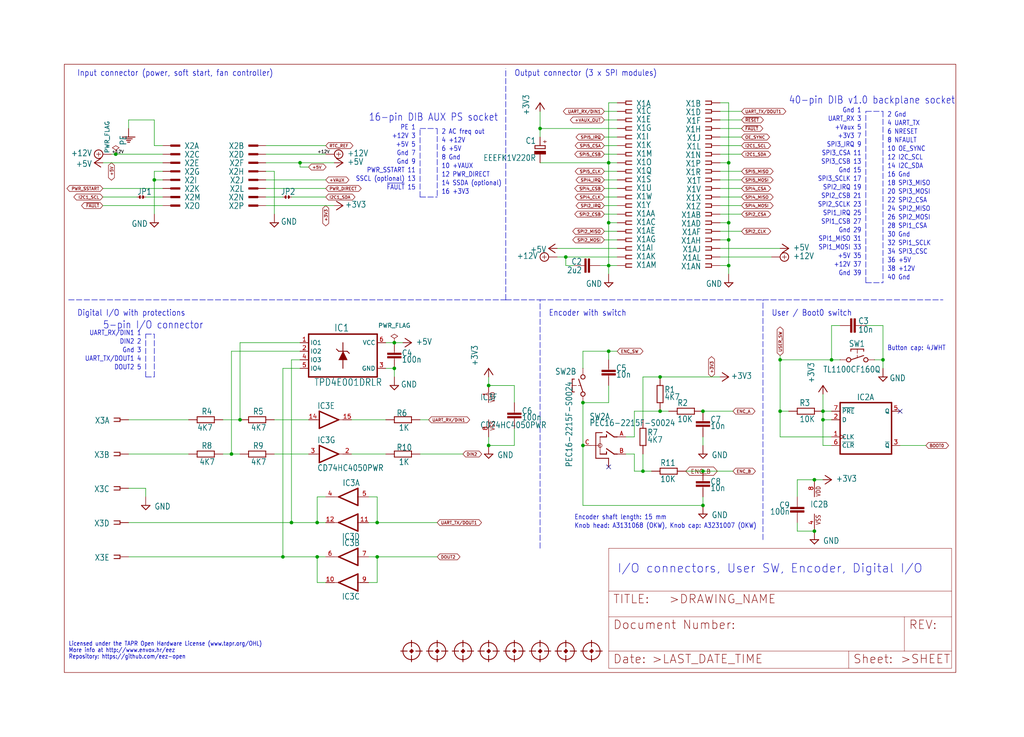
<source format=kicad_sch>
(kicad_sch (version 20211123) (generator eeschema)
  (paper "User" 303.403 218.491)
  (junction (at 241.3 157.48))
  (junction (at 116.84 101.6))
  (junction (at 208.28 121.92))
  (junction (at 231.14 106.68))
  (junction (at 195.58 121.92))
  (junction (at 45.72 53.34))
  (junction (at 93.98 165.1))
  (junction (at 34.29 45.72))
  (junction (at 111.76 154.94))
  (junction (at 208.28 149.86))
  (junction (at 68.58 134.62))
  (junction (at 246.38 106.68))
  (junction (at 160.02 38.1))
  (junction (at 195.58 111.76))
  (junction (at 215.9 48.26))
  (junction (at 243.84 121.92))
  (junction (at 180.34 48.26))
  (junction (at 86.36 154.94))
  (junction (at 144.78 132.08))
  (junction (at 167.64 76.2))
  (junction (at 144.78 114.3))
  (junction (at 116.84 109.22))
  (junction (at 88.9 48.26))
  (junction (at 190.5 139.7))
  (junction (at 71.12 124.46))
  (junction (at 180.34 78.74))
  (junction (at 215.9 71.12))
  (junction (at 111.76 165.1))
  (junction (at 215.9 66.04))
  (junction (at 215.9 78.74))
  (junction (at 93.98 154.94))
  (junction (at 172.72 132.08))
  (junction (at 231.14 121.92))
  (junction (at 172.72 119.38))
  (junction (at 180.34 66.04))
  (junction (at 83.82 165.1))
  (junction (at 261.62 106.68))
  (junction (at 180.34 104.14))
  (junction (at 241.3 142.24))
  (junction (at 243.84 124.46))
  (junction (at 208.28 139.7))
  (no_connect (at 266.7 121.92))
  (no_connect (at 180.34 138.43))
  (wire (pts (xy 236.22 157.48) (xy 236.22 154.94)))
  (wire (pts (xy 215.9 66.04) (xy 215.9 48.26)))
  (wire (pts (xy 185.42 134.62) (xy 187.96 134.62)))
  (wire (pts (xy 213.36 43.18) (xy 219.71 43.18)))
  (wire (pts (xy 109.22 165.1) (xy 111.76 165.1)))
  (wire (pts (xy 172.72 109.22) (xy 172.72 104.14)))
  (wire (pts (xy 78.74 60.96) (xy 99.06 60.96)))
  (wire (pts (xy 213.36 66.04) (xy 215.9 66.04)))
  (wire (pts (xy 78.74 48.26) (xy 88.9 48.26)))
  (wire (pts (xy 182.88 104.14) (xy 180.34 104.14)))
  (wire (pts (xy 195.58 121.92) (xy 198.12 121.92)))
  (wire (pts (xy 48.26 48.26) (xy 30.48 48.26)))
  (wire (pts (xy 68.58 134.62) (xy 71.12 134.62)))
  (wire (pts (xy 246.38 106.68) (xy 231.14 106.68)))
  (polyline (pts (xy 256.54 83.82) (xy 256.54 33.02)))
  (wire (pts (xy 38.1 38.1) (xy 38.1 35.56)))
  (wire (pts (xy 88.9 49.53) (xy 88.9 48.26)))
  (wire (pts (xy 182.88 48.26) (xy 180.34 48.26)))
  (polyline (pts (xy 124.46 38.1) (xy 129.54 38.1)))
  (wire (pts (xy 246.38 121.92) (xy 243.84 121.92)))
  (wire (pts (xy 165.1 73.66) (xy 182.88 73.66)))
  (wire (pts (xy 48.26 45.72) (xy 34.29 45.72)))
  (polyline (pts (xy 149.86 88.9) (xy 160.02 88.9)))
  (wire (pts (xy 45.72 35.56) (xy 45.72 43.18)))
  (wire (pts (xy 78.74 58.42) (xy 83.82 58.42)))
  (wire (pts (xy 182.88 43.18) (xy 179.07 43.18)))
  (polyline (pts (xy 129.54 38.1) (xy 129.54 58.42)))
  (wire (pts (xy 243.84 121.92) (xy 243.84 116.84)))
  (wire (pts (xy 43.18 58.42) (xy 48.26 58.42)))
  (wire (pts (xy 187.96 134.62) (xy 187.96 139.7)))
  (polyline (pts (xy 226.06 160.02) (xy 226.06 88.9)))
  (wire (pts (xy 160.02 38.1) (xy 160.02 33.02)))
  (wire (pts (xy 38.1 35.56) (xy 45.72 35.56)))
  (wire (pts (xy 114.3 109.22) (xy 116.84 109.22)))
  (polyline (pts (xy 124.46 58.42) (xy 129.54 58.42)))
  (wire (pts (xy 111.76 165.1) (xy 111.76 172.72)))
  (wire (pts (xy 215.9 81.28) (xy 215.9 78.74)))
  (wire (pts (xy 208.28 132.08) (xy 208.28 129.54)))
  (wire (pts (xy 213.36 71.12) (xy 215.9 71.12)))
  (wire (pts (xy 114.3 101.6) (xy 116.84 101.6)))
  (wire (pts (xy 241.3 142.24) (xy 236.22 142.24)))
  (wire (pts (xy 213.36 35.56) (xy 219.71 35.56)))
  (wire (pts (xy 213.36 50.8) (xy 219.71 50.8)))
  (wire (pts (xy 86.36 58.42) (xy 96.52 58.42)))
  (wire (pts (xy 34.29 45.72) (xy 33.02 45.72)))
  (wire (pts (xy 213.36 73.66) (xy 231.14 73.66)))
  (wire (pts (xy 246.38 106.68) (xy 248.92 106.68)))
  (wire (pts (xy 119.38 101.6) (xy 116.84 101.6)))
  (wire (pts (xy 88.9 48.26) (xy 99.06 48.26)))
  (wire (pts (xy 78.74 53.34) (xy 96.52 53.34)))
  (wire (pts (xy 93.98 147.32) (xy 96.52 147.32)))
  (wire (pts (xy 43.18 144.78) (xy 43.18 147.32)))
  (wire (pts (xy 215.9 78.74) (xy 215.9 71.12)))
  (wire (pts (xy 180.34 104.14) (xy 172.72 104.14)))
  (wire (pts (xy 160.02 40.64) (xy 160.02 38.1)))
  (wire (pts (xy 213.36 33.02) (xy 219.71 33.02)))
  (wire (pts (xy 190.5 111.76) (xy 195.58 111.76)))
  (wire (pts (xy 111.76 154.94) (xy 109.22 154.94)))
  (wire (pts (xy 190.5 124.46) (xy 190.5 111.76)))
  (wire (pts (xy 182.88 58.42) (xy 179.07 58.42)))
  (wire (pts (xy 246.38 96.52) (xy 246.38 106.68)))
  (wire (pts (xy 180.34 66.04) (xy 180.34 48.26)))
  (polyline (pts (xy 43.18 99.06) (xy 45.72 99.06)))
  (wire (pts (xy 213.36 78.74) (xy 215.9 78.74)))
  (wire (pts (xy 182.88 35.56) (xy 179.07 35.56)))
  (wire (pts (xy 231.14 106.68) (xy 231.14 105.41)))
  (wire (pts (xy 144.78 129.54) (xy 144.78 132.08)))
  (wire (pts (xy 256.54 96.52) (xy 261.62 96.52)))
  (wire (pts (xy 246.38 124.46) (xy 243.84 124.46)))
  (wire (pts (xy 167.64 76.2) (xy 182.88 76.2)))
  (polyline (pts (xy 256.54 33.02) (xy 261.62 33.02)))
  (polyline (pts (xy 45.72 111.76) (xy 45.72 99.06)))
  (wire (pts (xy 152.4 114.3) (xy 152.4 119.38)))
  (wire (pts (xy 78.74 50.8) (xy 81.28 50.8)))
  (polyline (pts (xy 20.32 88.9) (xy 149.86 88.9)))
  (wire (pts (xy 246.38 129.54) (xy 231.14 129.54)))
  (wire (pts (xy 124.46 134.62) (xy 137.16 134.62)))
  (wire (pts (xy 182.88 78.74) (xy 180.34 78.74)))
  (wire (pts (xy 179.07 33.02) (xy 182.88 33.02)))
  (wire (pts (xy 180.34 48.26) (xy 160.02 48.26)))
  (wire (pts (xy 213.36 68.58) (xy 219.71 68.58)))
  (wire (pts (xy 182.88 38.1) (xy 160.02 38.1)))
  (wire (pts (xy 86.36 154.94) (xy 93.98 154.94)))
  (polyline (pts (xy 149.86 88.9) (xy 149.86 20.32)))
  (wire (pts (xy 144.78 132.08) (xy 152.4 132.08)))
  (wire (pts (xy 55.88 134.62) (xy 38.1 134.62)))
  (wire (pts (xy 182.88 40.64) (xy 179.07 40.64)))
  (wire (pts (xy 261.62 106.68) (xy 261.62 109.22)))
  (wire (pts (xy 172.72 132.08) (xy 172.72 119.38)))
  (wire (pts (xy 241.3 157.48) (xy 236.22 157.48)))
  (wire (pts (xy 83.82 109.22) (xy 83.82 165.1)))
  (wire (pts (xy 208.28 121.92) (xy 217.17 121.92)))
  (wire (pts (xy 182.88 53.34) (xy 179.07 53.34)))
  (wire (pts (xy 213.36 48.26) (xy 215.9 48.26)))
  (wire (pts (xy 182.88 60.96) (xy 179.07 60.96)))
  (wire (pts (xy 111.76 172.72) (xy 109.22 172.72)))
  (wire (pts (xy 93.98 165.1) (xy 96.52 165.1)))
  (wire (pts (xy 124.46 124.46) (xy 127 124.46)))
  (wire (pts (xy 213.36 76.2) (xy 228.6 76.2)))
  (wire (pts (xy 182.88 55.88) (xy 179.07 55.88)))
  (wire (pts (xy 182.88 71.12) (xy 179.07 71.12)))
  (wire (pts (xy 213.36 40.64) (xy 219.71 40.64)))
  (wire (pts (xy 152.4 132.08) (xy 152.4 127)))
  (wire (pts (xy 109.22 147.32) (xy 111.76 147.32)))
  (wire (pts (xy 180.34 81.28) (xy 180.34 78.74)))
  (wire (pts (xy 231.14 121.92) (xy 231.14 106.68)))
  (wire (pts (xy 111.76 147.32) (xy 111.76 154.94)))
  (wire (pts (xy 78.74 55.88) (xy 96.52 55.88)))
  (wire (pts (xy 259.08 106.68) (xy 261.62 106.68)))
  (wire (pts (xy 182.88 66.04) (xy 180.34 66.04)))
  (wire (pts (xy 78.74 43.18) (xy 96.52 43.18)))
  (wire (pts (xy 203.2 139.7) (xy 208.28 139.7)))
  (wire (pts (xy 243.84 132.08) (xy 243.84 124.46)))
  (wire (pts (xy 167.64 78.74) (xy 167.64 76.2)))
  (wire (pts (xy 91.44 134.62) (xy 81.28 134.62)))
  (polyline (pts (xy 43.18 111.76) (xy 45.72 111.76)))
  (wire (pts (xy 38.1 165.1) (xy 83.82 165.1)))
  (wire (pts (xy 111.76 165.1) (xy 129.54 165.1)))
  (wire (pts (xy 180.34 114.3) (xy 180.34 119.38)))
  (wire (pts (xy 187.96 121.92) (xy 187.96 129.54)))
  (wire (pts (xy 177.8 78.74) (xy 180.34 78.74)))
  (wire (pts (xy 236.22 142.24) (xy 236.22 147.32)))
  (wire (pts (xy 213.36 63.5) (xy 219.71 63.5)))
  (wire (pts (xy 182.88 30.48) (xy 180.34 30.48)))
  (wire (pts (xy 233.68 121.92) (xy 231.14 121.92)))
  (wire (pts (xy 144.78 114.3) (xy 144.78 111.76)))
  (wire (pts (xy 111.76 154.94) (xy 129.54 154.94)))
  (wire (pts (xy 88.9 109.22) (xy 83.82 109.22)))
  (polyline (pts (xy 160.02 162.56) (xy 160.02 88.9)))
  (wire (pts (xy 91.44 124.46) (xy 81.28 124.46)))
  (wire (pts (xy 187.96 121.92) (xy 195.58 121.92)))
  (polyline (pts (xy 226.06 88.9) (xy 279.4 88.9)))
  (polyline (pts (xy 256.54 83.82) (xy 261.62 83.82)))
  (wire (pts (xy 66.04 124.46) (xy 71.12 124.46)))
  (wire (pts (xy 116.84 109.22) (xy 116.84 111.76)))
  (polyline (pts (xy 124.46 58.42) (xy 124.46 38.1)))
  (wire (pts (xy 144.78 114.3) (xy 152.4 114.3)))
  (wire (pts (xy 48.26 43.18) (xy 45.72 43.18)))
  (wire (pts (xy 261.62 96.52) (xy 261.62 106.68)))
  (wire (pts (xy 38.1 154.94) (xy 86.36 154.94)))
  (wire (pts (xy 172.72 149.86) (xy 172.72 132.08)))
  (wire (pts (xy 180.34 119.38) (xy 172.72 119.38)))
  (wire (pts (xy 88.9 104.14) (xy 68.58 104.14)))
  (wire (pts (xy 55.88 124.46) (xy 38.1 124.46)))
  (wire (pts (xy 266.7 132.08) (xy 274.32 132.08)))
  (wire (pts (xy 215.9 71.12) (xy 215.9 66.04)))
  (wire (pts (xy 40.64 58.42) (xy 30.48 58.42)))
  (wire (pts (xy 78.74 45.72) (xy 96.52 45.72)))
  (wire (pts (xy 190.5 134.62) (xy 190.5 139.7)))
  (wire (pts (xy 213.36 38.1) (xy 219.71 38.1)))
  (wire (pts (xy 213.36 45.72) (xy 219.71 45.72)))
  (wire (pts (xy 45.72 53.34) (xy 45.72 50.8)))
  (wire (pts (xy 66.04 134.62) (xy 68.58 134.62)))
  (wire (pts (xy 165.1 76.2) (xy 167.64 76.2)))
  (wire (pts (xy 93.98 172.72) (xy 93.98 165.1)))
  (wire (pts (xy 180.34 106.68) (xy 180.34 104.14)))
  (wire (pts (xy 88.9 106.68) (xy 86.36 106.68)))
  (wire (pts (xy 243.84 142.24) (xy 241.3 142.24)))
  (wire (pts (xy 48.26 60.96) (xy 30.48 60.96)))
  (wire (pts (xy 248.92 96.52) (xy 246.38 96.52)))
  (wire (pts (xy 45.72 63.5) (xy 45.72 53.34)))
  (wire (pts (xy 246.38 132.08) (xy 243.84 132.08)))
  (wire (pts (xy 231.14 129.54) (xy 231.14 121.92)))
  (wire (pts (xy 213.36 30.48) (xy 215.9 30.48)))
  (wire (pts (xy 182.88 68.58) (xy 179.07 68.58)))
  (wire (pts (xy 182.88 45.72) (xy 179.07 45.72)))
  (polyline (pts (xy 43.18 111.76) (xy 43.18 99.06)))
  (wire (pts (xy 104.14 134.62) (xy 114.3 134.62)))
  (wire (pts (xy 48.26 53.34) (xy 45.72 53.34)))
  (wire (pts (xy 195.58 111.76) (xy 213.36 111.76)))
  (wire (pts (xy 48.26 50.8) (xy 45.72 50.8)))
  (polyline (pts (xy 160.02 88.9) (xy 226.06 88.9)))
  (wire (pts (xy 180.34 48.26) (xy 180.34 30.48)))
  (wire (pts (xy 81.28 50.8) (xy 81.28 63.5)))
  (wire (pts (xy 71.12 124.46) (xy 71.12 101.6)))
  (wire (pts (xy 182.88 50.8) (xy 179.07 50.8)))
  (wire (pts (xy 213.36 60.96) (xy 219.71 60.96)))
  (wire (pts (xy 86.36 106.68) (xy 86.36 154.94)))
  (wire (pts (xy 48.26 55.88) (xy 30.48 55.88)))
  (wire (pts (xy 180.34 78.74) (xy 180.34 66.04)))
  (wire (pts (xy 91.44 49.53) (xy 88.9 49.53)))
  (wire (pts (xy 96.52 154.94) (xy 93.98 154.94)))
  (wire (pts (xy 187.96 129.54) (xy 185.42 129.54)))
  (wire (pts (xy 68.58 104.14) (xy 68.58 134.62)))
  (wire (pts (xy 83.82 165.1) (xy 93.98 165.1)))
  (wire (pts (xy 213.36 53.34) (xy 219.71 53.34)))
  (wire (pts (xy 243.84 124.46) (xy 243.84 121.92)))
  (wire (pts (xy 170.18 78.74) (xy 167.64 78.74)))
  (wire (pts (xy 88.9 101.6) (xy 71.12 101.6)))
  (wire (pts (xy 208.28 149.86) (xy 208.28 147.32)))
  (wire (pts (xy 213.36 58.42) (xy 219.71 58.42)))
  (wire (pts (xy 172.72 149.86) (xy 208.28 149.86)))
  (wire (pts (xy 187.96 139.7) (xy 190.5 139.7)))
  (wire (pts (xy 190.5 139.7) (xy 193.04 139.7)))
  (wire (pts (xy 208.28 139.7) (xy 217.17 139.7)))
  (wire (pts (xy 215.9 48.26) (xy 215.9 30.48)))
  (wire (pts (xy 93.98 154.94) (xy 93.98 147.32)))
  (wire (pts (xy 104.14 124.46) (xy 114.3 124.46)))
  (wire (pts (xy 96.52 172.72) (xy 93.98 172.72)))
  (wire (pts (xy 182.88 63.5) (xy 179.07 63.5)))
  (wire (pts (xy 38.1 144.78) (xy 43.18 144.78)))
  (polyline (pts (xy 261.62 33.02) (xy 261.62 83.82)))
  (wire (pts (xy 213.36 55.88) (xy 219.71 55.88)))
  (text "UART_TX/DOUT1 4" (at 41.91 107.315 180) (effects (font (size 1.4224 1.209)) (justify right bottom)))
  (text "SSCL (optional) 13" (at 123.19 53.975 180) (effects (font (size 1.4224 1.209)) (justify right bottom)))
  (text "20 SPI3_MOSI" (at 262.89 57.785 180) (effects (font (size 1.4224 1.209)) (justify left bottom)))
  (text "Output connector (3 x SPI modules)" (at 152.4 22.86 180) (effects (font (size 1.778 1.5113)) (justify left bottom)))
  (text "8 NFAULT" (at 262.89 42.545 180) (effects (font (size 1.4224 1.209)) (justify left bottom)))
  (text "SPI1_CSB 27" (at 255.27 66.675 180) (effects (font (size 1.4224 1.209)) (justify right bottom)))
  (text "DOUT2 5" (at 41.91 109.855 180) (effects (font (size 1.4224 1.209)) (justify right bottom)))
  (text "4 UART_TX" (at 262.89 37.465 180) (effects (font (size 1.4224 1.209)) (justify left bottom)))
  (text "More info at http://www.envox.hr/eez" (at 20.32 193.675 180) (effects (font (size 1.27 1.0795)) (justify left bottom)))
  (text "User / Boot0 switch" (at 228.6 93.98 180) (effects (font (size 1.778 1.5113)) (justify left bottom)))
  (text "38 +12V" (at 262.89 80.645 180) (effects (font (size 1.4224 1.209)) (justify left bottom)))
  (text "Gnd 39" (at 255.27 81.915 180) (effects (font (size 1.4224 1.209)) (justify right bottom)))
  (text "+5V 5" (at 123.19 43.815 180) (effects (font (size 1.4224 1.209)) (justify right bottom)))
  (text "5-pin I/O connector" (at 30.48 97.79 180) (effects (font (size 2.1844 1.8567)) (justify left bottom)))
  (text "32 SPI1_SCLK" (at 262.89 73.025 180) (effects (font (size 1.4224 1.209)) (justify left bottom)))
  (text "40 Gnd" (at 262.89 83.185 180) (effects (font (size 1.4224 1.209)) (justify left bottom)))
  (text "SPI1_MISO 31" (at 255.27 71.755 180) (effects (font (size 1.4224 1.209)) (justify right bottom)))
  (text "16-pin DIB AUX PS socket" (at 109.22 36.195 180) (effects (font (size 2.1844 1.8567)) (justify left bottom)))
  (text "I/O connectors, User SW, Encoder, Digital I/O" (at 182.88 170.18 180) (effects (font (size 2.54 2.54)) (justify left bottom)))
  (text "~{FAULT} 15" (at 123.19 56.515 180) (effects (font (size 1.4224 1.209)) (justify right bottom)))
  (text "12 PWR_DIRECT" (at 130.81 52.705 180) (effects (font (size 1.4224 1.209)) (justify left bottom)))
  (text "36 +5V" (at 262.89 78.105 180) (effects (font (size 1.4224 1.209)) (justify left bottom)))
  (text "+Vaux 5" (at 255.27 38.735 180) (effects (font (size 1.4224 1.209)) (justify right bottom)))
  (text "14 I2C_SDA" (at 262.89 50.165 180) (effects (font (size 1.4224 1.209)) (justify left bottom)))
  (text "PWR_SSTART 11" (at 123.19 51.435 180) (effects (font (size 1.4224 1.209)) (justify right bottom)))
  (text "SPI1_MOSI 33" (at 255.27 74.295 180) (effects (font (size 1.4224 1.209)) (justify right bottom)))
  (text "8 Gnd" (at 130.81 47.625 180) (effects (font (size 1.4224 1.209)) (justify left bottom)))
  (text "10 +VAUX" (at 130.81 50.165 180) (effects (font (size 1.4224 1.209)) (justify left bottom)))
  (text "+5V 35" (at 255.27 76.835 180) (effects (font (size 1.4224 1.209)) (justify right bottom)))
  (text "SPI2_IRQ 19" (at 255.27 56.515 180) (effects (font (size 1.4224 1.209)) (justify right bottom)))
  (text "+12V 37" (at 255.27 79.375 180) (effects (font (size 1.4224 1.209)) (justify right bottom)))
  (text "28 SPI1_CSA" (at 262.89 67.945 180) (effects (font (size 1.4224 1.209)) (justify left bottom)))
  (text "26 SPI2_MOSI" (at 262.89 65.405 180) (effects (font (size 1.4224 1.209)) (justify left bottom)))
  (text "10 OE_SYNC" (at 262.89 45.085 180) (effects (font (size 1.4224 1.209)) (justify left bottom)))
  (text "22 SPI2_CSA" (at 262.89 60.325 180) (effects (font (size 1.4224 1.209)) (justify left bottom)))
  (text "SPI2_CSB 21" (at 255.27 59.055 180) (effects (font (size 1.4224 1.209)) (justify right bottom)))
  (text "Gnd 29" (at 255.27 69.215 180) (effects (font (size 1.4224 1.209)) (justify right bottom)))
  (text "Input connector (power, soft start, fan controller)" (at 22.86 22.86 180) (effects (font (size 1.778 1.5113)) (justify left bottom)))
  (text "24 SPI2_MISO" (at 262.89 62.865 180) (effects (font (size 1.4224 1.209)) (justify left bottom)))
  (text "14 SSDA (optional)" (at 130.81 55.245 180) (effects (font (size 1.4224 1.209)) (justify left bottom)))
  (text "Gnd 7" (at 123.19 46.355 180) (effects (font (size 1.4224 1.209)) (justify right bottom)))
  (text "6 NRESET" (at 262.89 40.005 180) (effects (font (size 1.4224 1.209)) (justify left bottom)))
  (text "SPI3_IRQ 9" (at 255.27 43.815 180) (effects (font (size 1.4224 1.209)) (justify right bottom)))
  (text "Gnd 1" (at 255.27 33.655 180) (effects (font (size 1.4224 1.209)) (justify right bottom)))
  (text "SPI2_SCLK 23" (at 255.27 61.595 180) (effects (font (size 1.4224 1.209)) (justify right bottom)))
  (text "Gnd 15" (at 255.27 51.435 180) (effects (font (size 1.4224 1.209)) (justify right bottom)))
  (text "Knob head: A3131068 (OKW), Knob cap: A3231007 (OKW)" (at 170.18 156.845 180) (effects (font (size 1.4224 1.209)) (justify left bottom)))
  (text "30 Gnd" (at 262.89 70.485 180) (effects (font (size 1.4224 1.209)) (justify left bottom)))
  (text "Digital I/O with protections" (at 22.86 93.98 180) (effects (font (size 1.778 1.5113)) (justify left bottom)))
  (text "UART_RX/DIN1 1" (at 41.91 99.695 180) (effects (font (size 1.4224 1.209)) (justify right bottom)))
  (text "SPI3_SCLK 17" (at 255.27 53.975 180) (effects (font (size 1.4224 1.209)) (justify right bottom)))
  (text "2 Gnd" (at 262.89 34.925 180) (effects (font (size 1.4224 1.209)) (justify left bottom)))
  (text "SPI3_CSB 13" (at 255.27 48.895 180) (effects (font (size 1.4224 1.209)) (justify right bottom)))
  (text "PE 1" (at 123.19 38.735 180) (effects (font (size 1.4224 1.209)) (justify right bottom)))
  (text "16 Gnd" (at 262.89 52.705 180) (effects (font (size 1.4224 1.209)) (justify left bottom)))
  (text "Licensed under the TAPR Open Hardware License (www.tapr.org/OHL)" (at 20.32 191.77 180) (effects (font (size 1.27 1.0795)) (justify left bottom)))
  (text "DIN2 2" (at 41.91 102.235 180) (effects (font (size 1.4224 1.209)) (justify right bottom)))
  (text "Repository: https://github.com/eez-open" (at 20.32 195.58 180) (effects (font (size 1.27 1.0795)) (justify left bottom)))
  (text "40-pin DIB v1.0 backplane socket" (at 233.68 31.115 180) (effects (font (size 2.1844 1.8567)) (justify left bottom)))
  (text "SPI3_CSA 11" (at 255.27 46.355 180) (effects (font (size 1.4224 1.209)) (justify right bottom)))
  (text "Gnd 3" (at 41.91 104.775 180) (effects (font (size 1.4224 1.209)) (justify right bottom)))
  (text "Encoder with switch" (at 162.56 93.98 180) (effects (font (size 1.778 1.5113)) (justify left bottom)))
  (text "UART_RX 3" (at 255.27 36.195 180) (effects (font (size 1.4224 1.209)) (justify right bottom)))
  (text "+12V 3" (at 123.19 41.275 180) (effects (font (size 1.4224 1.209)) (justify right bottom)))
  (text "34 SPI3_CSC" (at 262.89 75.565 180) (effects (font (size 1.4224 1.209)) (justify left bottom)))
  (text "12 I2C_SCL" (at 262.89 47.625 180) (effects (font (size 1.4224 1.209)) (justify left bottom)))
  (text "+3V3 7" (at 255.27 41.275 180) (effects (font (size 1.4224 1.209)) (justify right bottom)))
  (text "Gnd 9" (at 123.19 48.895 180) (effects (font (size 1.4224 1.209)) (justify right bottom)))
  (text "Button cap: 4JWHT" (at 262.89 104.14 180) (effects (font (size 1.4224 1.209)) (justify left bottom)))
  (text "Encoder shaft length: 15 mm" (at 170.18 154.305 180) (effects (font (size 1.4224 1.209)) (justify left bottom)))
  (text "6 +5V" (at 130.81 45.085 180) (effects (font (size 1.4224 1.209)) (justify left bottom)))
  (text "2 AC freq out" (at 130.81 40.005 180) (effects (font (size 1.4224 1.209)) (justify left bottom)))
  (text "18 SPI3_MISO" (at 262.89 55.245 180) (effects (font (size 1.4224 1.209)) (justify left bottom)))
  (text "4 +12V" (at 130.81 42.545 180) (effects (font (size 1.4224 1.209)) (justify left bottom)))
  (text "SPI1_IRQ 25" (at 255.27 64.135 180) (effects (font (size 1.4224 1.209)) (justify right bottom)))
  (text "16 +3V3" (at 130.81 57.785 180) (effects (font (size 1.4224 1.209)) (justify left bottom)))
  (label "+12V" (at 33.02 45.72 0) (effects (font (size 0.889 0.889))))
  (label "+12V" (at 93.98 45.72 0) (effects (font (size 0.889 0.889))))
  (global_label "RTC_REF" (shape bidirectional) (at 96.52 43.18 0) (effects (font (size 0.889 0.889))) (property "Intersheet References" "${INTERSHEET_REFS}" (effects hide)))
  (global_label "DIN2" (shape bidirectional) (at 137.16 134.62 0) (effects (font (size 0.889 0.889))) (property "Intersheet References" "${INTERSHEET_REFS}" (effects hide)))
  (global_label "+5V" (shape bidirectional) (at 33.02 48.26 270) (effects (font (size 0.889 0.889))) (property "Intersheet References" "${INTERSHEET_REFS}" (effects hide)))
  (global_label "SPI2_CSA" (shape bidirectional) (at 219.71 63.5 0) (effects (font (size 0.889 0.889))) (property "Intersheet References" "${INTERSHEET_REFS}" (effects hide)))
  (global_label "+3V3" (shape bidirectional) (at 210.82 111.76 90) (effects (font (size 0.889 0.889))) (property "Intersheet References" "${INTERSHEET_REFS}" (effects hide)))
  (global_label "UART_RX/DIN1" (shape bidirectional) (at 179.07 33.02 180) (effects (font (size 0.889 0.889))) (property "Intersheet References" "${INTERSHEET_REFS}" (effects hide)))
  (global_label "SPI2_MISO" (shape bidirectional) (at 179.07 68.58 180) (effects (font (size 0.889 0.889))) (property "Intersheet References" "${INTERSHEET_REFS}" (effects hide)))
  (global_label "SPI5_CSA" (shape bidirectional) (at 179.07 43.18 180) (effects (font (size 0.889 0.889))) (property "Intersheet References" "${INTERSHEET_REFS}" (effects hide)))
  (global_label "+5V" (shape bidirectional) (at 91.44 49.53 0) (effects (font (size 0.889 0.889))) (property "Intersheet References" "${INTERSHEET_REFS}" (effects hide)))
  (global_label "DOUT2" (shape bidirectional) (at 129.54 165.1 0) (effects (font (size 0.889 0.889))) (property "Intersheet References" "${INTERSHEET_REFS}" (effects hide)))
  (global_label "SPI4_CSB" (shape bidirectional) (at 179.07 55.88 180) (effects (font (size 0.889 0.889))) (property "Intersheet References" "${INTERSHEET_REFS}" (effects hide)))
  (global_label "~{FAULT}" (shape bidirectional) (at 219.71 38.1 0) (effects (font (size 0.889 0.889))) (property "Intersheet References" "${INTERSHEET_REFS}" (effects hide)))
  (global_label "I2C1_SDA" (shape bidirectional) (at 219.71 45.72 0) (effects (font (size 0.889 0.889))) (property "Intersheet References" "${INTERSHEET_REFS}" (effects hide)))
  (global_label "BOOT0" (shape bidirectional) (at 274.32 132.08 0) (effects (font (size 0.889 0.889))) (property "Intersheet References" "${INTERSHEET_REFS}" (effects hide)))
  (global_label "SPI5_MOSI" (shape bidirectional) (at 219.71 53.34 0) (effects (font (size 0.889 0.889))) (property "Intersheet References" "${INTERSHEET_REFS}" (effects hide)))
  (global_label "+VAUX_OUT" (shape bidirectional) (at 179.07 35.56 180) (effects (font (size 0.889 0.889))) (property "Intersheet References" "${INTERSHEET_REFS}" (effects hide)))
  (global_label "SPI2_IRQ" (shape bidirectional) (at 179.07 60.96 180) (effects (font (size 0.889 0.889))) (property "Intersheet References" "${INTERSHEET_REFS}" (effects hide)))
  (global_label "SPI2_CSB" (shape bidirectional) (at 179.07 63.5 180) (effects (font (size 0.889 0.889))) (property "Intersheet References" "${INTERSHEET_REFS}" (effects hide)))
  (global_label "ENC_SW" (shape bidirectional) (at 182.88 104.14 0) (effects (font (size 0.889 0.889))) (property "Intersheet References" "${INTERSHEET_REFS}" (effects hide)))
  (global_label "+VAUX" (shape bidirectional) (at 96.52 53.34 0) (effects (font (size 0.889 0.889))) (property "Intersheet References" "${INTERSHEET_REFS}" (effects hide)))
  (global_label "SPI2_MOSI" (shape bidirectional) (at 179.07 71.12 180) (effects (font (size 0.889 0.889))) (property "Intersheet References" "${INTERSHEET_REFS}" (effects hide)))
  (global_label "I2C1_SDA" (shape bidirectional) (at 96.52 58.42 0) (effects (font (size 0.889 0.889))) (property "Intersheet References" "${INTERSHEET_REFS}" (effects hide)))
  (global_label "~{RESET}" (shape bidirectional) (at 219.71 35.56 0) (effects (font (size 0.889 0.889))) (property "Intersheet References" "${INTERSHEET_REFS}" (effects hide)))
  (global_label "UART_RX/DIN1" (shape bidirectional) (at 127 124.46 0) (effects (font (size 0.889 0.889))) (property "Intersheet References" "${INTERSHEET_REFS}" (effects hide)))
  (global_label "OE_SYNC" (shape bidirectional) (at 219.71 40.64 0) (effects (font (size 0.889 0.889))) (property "Intersheet References" "${INTERSHEET_REFS}" (effects hide)))
  (global_label "SPI2_CLK" (shape bidirectional) (at 219.71 68.58 0) (effects (font (size 0.889 0.889))) (property "Intersheet References" "${INTERSHEET_REFS}" (effects hide)))
  (global_label "SPI4_MOSI" (shape bidirectional) (at 219.71 60.96 0) (effects (font (size 0.889 0.889))) (property "Intersheet References" "${INTERSHEET_REFS}" (effects hide)))
  (global_label "ENC_A" (shape bidirectional) (at 217.17 121.92 0) (effects (font (size 0.889 0.889))) (property "Intersheet References" "${INTERSHEET_REFS}" (effects hide)))
  (global_label "ENC_B" (shape bidirectional) (at 203.2 139.7 0) (effects (font (size 1.2446 1.2446))) (property "Intersheet References" "${INTERSHEET_REFS}" (effects hide)))
  (global_label "UART_TX/DOUT1" (shape bidirectional) (at 219.71 33.02 0) (effects (font (size 0.889 0.889))) (property "Intersheet References" "${INTERSHEET_REFS}" (effects hide)))
  (global_label "SPI5_IRQ" (shape bidirectional) (at 179.07 40.64 180) (effects (font (size 0.889 0.889))) (property "Intersheet References" "${INTERSHEET_REFS}" (effects hide)))
  (global_label "ENC_B" (shape bidirectional) (at 217.17 139.7 0) (effects (font (size 0.889 0.889))) (property "Intersheet References" "${INTERSHEET_REFS}" (effects hide)))
  (global_label "I2C1_SCL" (shape bidirectional) (at 219.71 43.18 0) (effects (font (size 0.889 0.889))) (property "Intersheet References" "${INTERSHEET_REFS}" (effects hide)))
  (global_label "I2C1_SCL" (shape bidirectional) (at 30.48 58.42 180) (effects (font (size 0.889 0.889))) (property "Intersheet References" "${INTERSHEET_REFS}" (effects hide)))
  (global_label "SPI4_MISO" (shape bidirectional) (at 219.71 58.42 0) (effects (font (size 0.889 0.889))) (property "Intersheet References" "${INTERSHEET_REFS}" (effects hide)))
  (global_label "UART_TX/DOUT1" (shape bidirectional) (at 129.54 154.94 0) (effects (font (size 0.889 0.889))) (property "Intersheet References" "${INTERSHEET_REFS}" (effects hide)))
  (global_label "SPI5_CSB" (shape bidirectional) (at 179.07 45.72 180) (effects (font (size 0.889 0.889))) (property "Intersheet References" "${INTERSHEET_REFS}" (effects hide)))
  (global_label "SPI4_CLK" (shape bidirectional) (at 179.07 58.42 180) (effects (font (size 0.889 0.889))) (property "Intersheet References" "${INTERSHEET_REFS}" (effects hide)))
  (global_label "PWR_DIRECT" (shape bidirectional) (at 96.52 55.88 0) (effects (font (size 0.889 0.889))) (property "Intersheet References" "${INTERSHEET_REFS}" (effects hide)))
  (global_label "SPI4_IRQ" (shape bidirectional) (at 179.07 53.34 180) (effects (font (size 0.889 0.889))) (property "Intersheet References" "${INTERSHEET_REFS}" (effects hide)))
  (global_label "~{FAULT}" (shape bidirectional) (at 30.48 60.96 180) (effects (font (size 0.889 0.889))) (property "Intersheet References" "${INTERSHEET_REFS}" (effects hide)))
  (global_label "SPI5_MISO" (shape bidirectional) (at 219.71 50.8 0) (effects (font (size 0.889 0.889))) (property "Intersheet References" "${INTERSHEET_REFS}" (effects hide)))
  (global_label "+3V3" (shape bidirectional) (at 96.52 60.96 270) (effects (font (size 0.889 0.889))) (property "Intersheet References" "${INTERSHEET_REFS}" (effects hide)))
  (global_label "SPI5_CLK" (shape bidirectional) (at 179.07 50.8 180) (effects (font (size 0.889 0.889))) (property "Intersheet References" "${INTERSHEET_REFS}" (effects hide)))
  (global_label "SPI4_CSA" (shape bidirectional) (at 219.71 55.88 0) (effects (font (size 0.889 0.889))) (property "Intersheet References" "${INTERSHEET_REFS}" (effects hide)))
  (global_label "USER_SW" (shape bidirectional) (at 231.14 105.41 90) (effects (font (size 0.889 0.889))) (property "Intersheet References" "${INTERSHEET_REFS}" (effects hide)))
  (global_label "PWR_SSTART" (shape bidirectional) (at 30.48 55.88 180) (effects (font (size 0.889 0.889))) (property "Intersheet References" "${INTERSHEET_REFS}" (effects hide)))
  (symbol (lib_id "EEZ_DIB_MCU_r3B4-eagle-import:TPD4E001-DRL") (at 101.6 104.14 0) (unit 1)
    (property "Reference" "IC1" (at 98.933 98.3488 0) (effects (font (size 2.0828 1.7703)) (justify left bottom)))
    (property "Value" "TPD4E001DRLR" (at 93.0148 114.4778 0) (effects (font (size 2.0828 1.7703)) (justify left bottom)))
    (property "Footprint" "EEZ_DIB_MCU_r3B4:DRL6" (effects hide))
  )
  (symbol (lib_id "EEZ_DIB_MCU_r3B4-eagle-import:ZL263-40DG") (at 213.36 45.72 0) (unit 14)
    (property "Reference" "X1" (at 207.772 44.958 0) (effects (font (size 1.778 1.5113)) (justify right top)))
    (property "Value" "DS1024-2*20R0" (effects hide))
    (property "Footprint" "EEZ_DIB_MCU_r3B4:ZL263-40DG" (effects hide))
  )
  (symbol (lib_id "EEZ_DIB_MCU_r3B4-eagle-import:C-EUC0805") (at 208.28 127 180) (unit 1)
    (property "Reference" "C7" (at 210.439 125.349 0) (effects (font (size 1.778 1.5113)) (justify right top)))
    (property "Value" "10n" (at 210.439 127.254 0) (effects (font (size 1.778 1.5113)) (justify right top)))
    (property "Footprint" "EEZ_DIB_MCU_r3B4:C0805" (effects hide))
  )
  (symbol (lib_id "EEZ_DIB_MCU_r3B4-eagle-import:ZL263-40DG") (at 182.88 53.34 180) (unit 19)
    (property "Reference" "X1" (at 188.468 54.102 0) (effects (font (size 1.778 1.5113)) (justify right top)))
    (property "Value" "DS1024-2*20R0" (effects hide))
    (property "Footprint" "EEZ_DIB_MCU_r3B4:ZL263-40DG" (effects hide))
  )
  (symbol (lib_id "EEZ_DIB_MCU_r3B4-eagle-import:MC1,5{slash}5-G-3,5") (at 38.1 124.46 0) (unit 1)
    (property "Reference" "X3" (at 32.512 123.698 0) (effects (font (size 1.778 1.5113)) (justify right top)))
    (property "Value" "691322110005" (effects hide))
    (property "Footprint" "EEZ_DIB_MCU_r3B4:MC1,5_5-G-3,5" (effects hide))
  )
  (symbol (lib_id "EEZ_DIB_MCU_r3B4-eagle-import:R-EU_R0805") (at 119.38 134.62 0) (mirror x) (unit 1)
    (property "Reference" "R10" (at 117.475 131.6736 0) (effects (font (size 1.778 1.5113)) (justify left bottom)))
    (property "Value" "1K" (at 118.11 137.922 0) (effects (font (size 1.778 1.5113)) (justify left top)))
    (property "Footprint" "EEZ_DIB_MCU_r3B4:R0805" (effects hide))
  )
  (symbol (lib_id "EEZ_DIB_MCU_r3B4-eagle-import:ZL263-40DG") (at 182.88 63.5 180) (unit 27)
    (property "Reference" "X1" (at 188.468 64.262 0) (effects (font (size 1.778 1.5113)) (justify right top)))
    (property "Value" "DS1024-2*20R0" (effects hide))
    (property "Footprint" "EEZ_DIB_MCU_r3B4:ZL263-40DG" (effects hide))
  )
  (symbol (lib_id "EEZ_DIB_MCU_r3B4-eagle-import:R-EU_R0805") (at 76.2 134.62 0) (mirror x) (unit 1)
    (property "Reference" "R9" (at 74.93 133.1214 0) (effects (font (size 1.778 1.5113)) (justify left top)))
    (property "Value" "4K7" (at 74.295 137.922 0) (effects (font (size 1.778 1.5113)) (justify left top)))
    (property "Footprint" "EEZ_DIB_MCU_r3B4:R0805" (effects hide))
  )
  (symbol (lib_id "EEZ_DIB_MCU_r3B4-eagle-import:+5V") (at 27.94 48.26 90) (unit 1)
    (property "Reference" "#P+01" (effects hide))
    (property "Value" "+5V" (at 27.305 49.53 90) (effects (font (size 1.778 1.5113)) (justify left top)))
    (property "Footprint" "EEZ_DIB_MCU_r3B4:" (effects hide))
  )
  (symbol (lib_id "EEZ_DIB_MCU_r3B4-eagle-import:ZL263-40DG") (at 213.36 68.58 0) (unit 32)
    (property "Reference" "X1" (at 207.772 67.818 0) (effects (font (size 1.778 1.5113)) (justify right top)))
    (property "Value" "DS1024-2*20R0" (effects hide))
    (property "Footprint" "EEZ_DIB_MCU_r3B4:ZL263-40DG" (effects hide))
  )
  (symbol (lib_id "EEZ_DIB_MCU_r3B4-eagle-import:R-EU_R0805") (at 195.58 116.84 90) (mirror x) (unit 1)
    (property "Reference" "R1" (at 196.85 114.5286 90) (effects (font (size 1.778 1.5113)) (justify right top)))
    (property "Value" "4K7" (at 196.85 116.713 90) (effects (font (size 1.778 1.5113)) (justify right top)))
    (property "Footprint" "EEZ_DIB_MCU_r3B4:R0805" (effects hide))
  )
  (symbol (lib_id "EEZ_DIB_MCU_r3B4-eagle-import:R-EU_R0805") (at 198.12 139.7 0) (mirror y) (unit 1)
    (property "Reference" "R11" (at 195.58 138.2014 0) (effects (font (size 1.778 1.5113)) (justify right bottom)))
    (property "Value" "10K" (at 195.58 143.002 0) (effects (font (size 1.778 1.5113)) (justify right bottom)))
    (property "Footprint" "EEZ_DIB_MCU_r3B4:R0805" (effects hide))
  )
  (symbol (lib_id "EEZ_DIB_MCU_r3B4-eagle-import:FIDUCIAL") (at 167.64 193.04 0) (unit 1)
    (property "Reference" "FM3" (effects hide))
    (property "Value" "FIDUCIAL" (effects hide))
    (property "Footprint" "EEZ_DIB_MCU_r3B4:FIDUCIAL" (effects hide))
  )
  (symbol (lib_id "EEZ_DIB_MCU_r3B4-eagle-import:ZL263-40DG") (at 182.88 73.66 180) (unit 35)
    (property "Reference" "X1" (at 188.468 74.422 0) (effects (font (size 1.778 1.5113)) (justify right top)))
    (property "Value" "DS1024-2*20R0" (effects hide))
    (property "Footprint" "EEZ_DIB_MCU_r3B4:ZL263-40DG" (effects hide))
  )
  (symbol (lib_id "EEZ_DIB_MCU_r3B4-eagle-import:IDC-16PIN") (at 48.26 45.72 0) (mirror y) (unit 3)
    (property "Reference" "X2" (at 54.61 44.831 0) (effects (font (size 1.778 1.5113)) (justify right top)))
    (property "Value" "DS1013-16SSIB1" (effects hide))
    (property "Footprint" "EEZ_DIB_MCU_r3B4:IDC-16PIN" (effects hide))
  )
  (symbol (lib_id "EEZ_DIB_MCU_r3B4-eagle-import:+5V") (at 101.6 48.26 270) (unit 1)
    (property "Reference" "#P+02" (effects hide))
    (property "Value" "+5V" (at 102.87 46.99 90) (effects (font (size 1.778 1.5113)) (justify left top)))
    (property "Footprint" "EEZ_DIB_MCU_r3B4:" (effects hide))
  )
  (symbol (lib_id "EEZ_DIB_MCU_r3B4-eagle-import:+12V") (at 30.48 45.72 90) (unit 1)
    (property "Reference" "#SUPPLY01" (effects hide))
    (property "Value" "+12V" (at 27.305 46.355 90) (effects (font (size 1.778 1.5113)) (justify left top)))
    (property "Footprint" "EEZ_DIB_MCU_r3B4:" (effects hide))
  )
  (symbol (lib_id "EEZ_DIB_MCU_r3B4-eagle-import:R-EU_R0805") (at 203.2 121.92 0) (mirror y) (unit 1)
    (property "Reference" "R2" (at 200.66 120.4214 0) (effects (font (size 1.778 1.5113)) (justify right bottom)))
    (property "Value" "10K" (at 200.66 125.222 0) (effects (font (size 1.778 1.5113)) (justify right bottom)))
    (property "Footprint" "EEZ_DIB_MCU_r3B4:R0805" (effects hide))
  )
  (symbol (lib_id "EEZ_DIB_MCU_r3B4-eagle-import:JP2-NOCUT") (at 40.64 58.42 0) (unit 1)
    (property "Reference" "JP1" (at 40.64 57.785 0) (effects (font (size 1.778 1.5113)) (justify left bottom)))
    (property "Value" "JP2-NOCUT" (effects hide))
    (property "Footprint" "EEZ_DIB_MCU_r3B4:JP2-NOCUT" (effects hide))
  )
  (symbol (lib_id "EEZ_DIB_MCU_r3B4-eagle-import:R-EU_R0805") (at 238.76 121.92 180) (unit 1)
    (property "Reference" "R3" (at 236.855 120.4214 0) (effects (font (size 1.778 1.5113)) (justify right top)))
    (property "Value" "10K" (at 236.855 125.222 0) (effects (font (size 1.778 1.5113)) (justify right top)))
    (property "Footprint" "EEZ_DIB_MCU_r3B4:R0805" (effects hide))
  )
  (symbol (lib_id "EEZ_DIB_MCU_r3B4-eagle-import:ZL263-40DG") (at 213.36 38.1 0) (unit 8)
    (property "Reference" "X1" (at 207.772 37.338 0) (effects (font (size 1.778 1.5113)) (justify right top)))
    (property "Value" "DS1024-2*20R0" (effects hide))
    (property "Footprint" "EEZ_DIB_MCU_r3B4:ZL263-40DG" (effects hide))
  )
  (symbol (lib_id "EEZ_DIB_MCU_r3B4-eagle-import:TL1100C") (at 254 106.68 0) (unit 1)
    (property "Reference" "SW1" (at 251.46 102.87 0) (effects (font (size 1.778 1.5113)) (justify left bottom)))
    (property "Value" "TL1100CF160Q" (at 243.84 110.49 0) (effects (font (size 1.778 1.5113)) (justify left bottom)))
    (property "Footprint" "EEZ_DIB_MCU_r3B4:TL1100C" (effects hide))
  )
  (symbol (lib_id "EEZ_DIB_MCU_r3B4-eagle-import:R-EU_R0805") (at 190.5 129.54 90) (mirror x) (unit 1)
    (property "Reference" "R7" (at 191.77 127.2286 90) (effects (font (size 1.778 1.5113)) (justify right top)))
    (property "Value" "4K7" (at 191.77 129.413 90) (effects (font (size 1.778 1.5113)) (justify right top)))
    (property "Footprint" "EEZ_DIB_MCU_r3B4:R0805" (effects hide))
  )
  (symbol (lib_id "EEZ_DIB_MCU_r3B4-eagle-import:ZL263-40DG") (at 213.36 76.2 0) (unit 38)
    (property "Reference" "X1" (at 207.772 75.438 0) (effects (font (size 1.778 1.5113)) (justify right top)))
    (property "Value" "DS1024-2*20R0" (effects hide))
    (property "Footprint" "EEZ_DIB_MCU_r3B4:ZL263-40DG" (effects hide))
  )
  (symbol (lib_id "EEZ_DIB_MCU_r3B4-eagle-import:GND") (at 208.28 152.4 0) (unit 1)
    (property "Reference" "#SUPPLY014" (effects hide))
    (property "Value" "GND" (at 210.82 153.67 0) (effects (font (size 1.778 1.5113)) (justify left bottom)))
    (property "Footprint" "EEZ_DIB_MCU_r3B4:" (effects hide))
  )
  (symbol (lib_id "EEZ_DIB_MCU_r3B4-eagle-import:FIDUCIAL") (at 160.02 193.04 0) (unit 1)
    (property "Reference" "FM2" (effects hide))
    (property "Value" "FIDUCIAL" (effects hide))
    (property "Footprint" "EEZ_DIB_MCU_r3B4:FIDUCIAL" (effects hide))
  )
  (symbol (lib_id "EEZ_DIB_MCU_r3B4-eagle-import:CD74HC4050PWR") (at 96.52 134.62 0) (unit 7)
    (property "Reference" "IC3" (at 93.98 131.445 0) (effects (font (size 1.778 1.5113)) (justify left bottom)))
    (property "Value" "CD74HC4050PWR" (at 93.98 139.7 0) (effects (font (size 1.778 1.5113)) (justify left bottom)))
    (property "Footprint" "EEZ_DIB_MCU_r3B4:PW16" (effects hide))
  )
  (symbol (lib_id "EEZ_DIB_MCU_r3B4-eagle-import:CD74HC4050PWR") (at 144.78 121.92 0) (unit 6)
    (property "Reference" "IC3" (at 142.24 118.745 0) (effects (font (size 1.778 1.5113)) (justify left bottom)))
    (property "Value" "CD74HC4050PWR" (at 142.24 127 0) (effects (font (size 1.778 1.5113)) (justify left bottom)))
    (property "Footprint" "EEZ_DIB_MCU_r3B4:PW16" (effects hide))
  )
  (symbol (lib_id "EEZ_DIB_MCU_r3B4-eagle-import:R-EU_R0805") (at 76.2 124.46 0) (mirror x) (unit 1)
    (property "Reference" "R5" (at 74.93 122.9614 0) (effects (font (size 1.778 1.5113)) (justify left top)))
    (property "Value" "4K7" (at 74.295 127.762 0) (effects (font (size 1.778 1.5113)) (justify left top)))
    (property "Footprint" "EEZ_DIB_MCU_r3B4:R0805" (effects hide))
  )
  (symbol (lib_id "EEZ_DIB_MCU_r3B4-eagle-import:ZL263-40DG") (at 182.88 45.72 180) (unit 13)
    (property "Reference" "X1" (at 188.468 46.482 0) (effects (font (size 1.778 1.5113)) (justify right top)))
    (property "Value" "DS1024-2*20R0" (effects hide))
    (property "Footprint" "EEZ_DIB_MCU_r3B4:ZL263-40DG" (effects hide))
  )
  (symbol (lib_id "EEZ_DIB_MCU_r3B4-eagle-import:IDC-16PIN") (at 48.26 48.26 0) (mirror y) (unit 5)
    (property "Reference" "X2" (at 54.61 47.371 0) (effects (font (size 1.778 1.5113)) (justify right top)))
    (property "Value" "DS1013-16SSIB1" (effects hide))
    (property "Footprint" "EEZ_DIB_MCU_r3B4:IDC-16PIN" (effects hide))
  )
  (symbol (lib_id "EEZ_DIB_MCU_r3B4-eagle-import:+12V") (at 99.06 45.72 270) (unit 1)
    (property "Reference" "#SUPPLY02" (effects hide))
    (property "Value" "+12V" (at 102.87 44.45 90) (effects (font (size 1.778 1.5113)) (justify left top)))
    (property "Footprint" "EEZ_DIB_MCU_r3B4:" (effects hide))
  )
  (symbol (lib_id "EEZ_DIB_MCU_r3B4-eagle-import:ZL263-40DG") (at 182.88 55.88 180) (unit 21)
    (property "Reference" "X1" (at 188.468 56.642 0) (effects (font (size 1.778 1.5113)) (justify right top)))
    (property "Value" "DS1024-2*20R0" (effects hide))
    (property "Footprint" "EEZ_DIB_MCU_r3B4:ZL263-40DG" (effects hide))
  )
  (symbol (lib_id "EEZ_DIB_MCU_r3B4-eagle-import:+3V3") (at 101.6 60.96 270) (unit 1)
    (property "Reference" "#+3V032" (effects hide))
    (property "Value" "+3V3" (at 102.235 61.595 90) (effects (font (size 1.778 1.5113)) (justify left bottom)))
    (property "Footprint" "EEZ_DIB_MCU_r3B4:" (effects hide))
  )
  (symbol (lib_id "EEZ_DIB_MCU_r3B4-eagle-import:IDC-16PIN") (at 78.74 43.18 0) (unit 2)
    (property "Reference" "X2" (at 72.39 42.291 0) (effects (font (size 1.778 1.5113)) (justify right top)))
    (property "Value" "DS1013-16SSIB1" (effects hide))
    (property "Footprint" "EEZ_DIB_MCU_r3B4:IDC-16PIN" (effects hide))
  )
  (symbol (lib_id "EEZ_DIB_MCU_r3B4-eagle-import:+3V3") (at 160.02 30.48 0) (mirror y) (unit 1)
    (property "Reference" "#+3V031" (effects hide))
    (property "Value" "+3V3" (at 156.845 27.94 90) (effects (font (size 1.778 1.5113)) (justify right top)))
    (property "Footprint" "EEZ_DIB_MCU_r3B4:" (effects hide))
  )
  (symbol (lib_id "EEZ_DIB_MCU_r3B4-eagle-import:ZL263-40DG") (at 182.88 68.58 180) (unit 31)
    (property "Reference" "X1" (at 188.468 69.342 0) (effects (font (size 1.778 1.5113)) (justify right top)))
    (property "Value" "DS1024-2*20R0" (effects hide))
    (property "Footprint" "EEZ_DIB_MCU_r3B4:ZL263-40DG" (effects hide))
  )
  (symbol (lib_id "EEZ_DIB_MCU_r3B4-eagle-import:ZL263-40DG") (at 213.36 53.34 0) (unit 20)
    (property "Reference" "X1" (at 207.772 52.578 0) (effects (font (size 1.778 1.5113)) (justify right top)))
    (property "Value" "DS1024-2*20R0" (effects hide))
    (property "Footprint" "EEZ_DIB_MCU_r3B4:ZL263-40DG" (effects hide))
  )
  (symbol (lib_id "EEZ_DIB_MCU_r3B4-eagle-import:ZL263-40DG") (at 213.36 33.02 0) (unit 4)
    (property "Reference" "X1" (at 207.772 32.258 0) (effects (font (size 1.778 1.5113)) (justify right top)))
    (property "Value" "DS1024-2*20R0" (effects hide))
    (property "Footprint" "EEZ_DIB_MCU_r3B4:ZL263-40DG" (effects hide))
  )
  (symbol (lib_id "EEZ_DIB_MCU_r3B4-eagle-import:+3V3") (at 144.78 109.22 0) (unit 1)
    (property "Reference" "#+3V033" (effects hide))
    (property "Value" "+3V3" (at 141.605 108.585 90) (effects (font (size 1.778 1.5113)) (justify left bottom)))
    (property "Footprint" "EEZ_DIB_MCU_r3B4:" (effects hide))
  )
  (symbol (lib_id "EEZ_DIB_MCU_r3B4-eagle-import:MC1,5{slash}5-G-3,5") (at 38.1 144.78 0) (unit 3)
    (property "Reference" "X3" (at 32.512 144.018 0) (effects (font (size 1.778 1.5113)) (justify right top)))
    (property "Value" "691322110005" (effects hide))
    (property "Footprint" "EEZ_DIB_MCU_r3B4:MC1,5_5-G-3,5" (effects hide))
  )
  (symbol (lib_id "EEZ_DIB_MCU_r3B4-eagle-import:IDC-16PIN") (at 78.74 53.34 0) (unit 10)
    (property "Reference" "X2" (at 72.39 52.451 0) (effects (font (size 1.778 1.5113)) (justify right top)))
    (property "Value" "DS1013-16SSIB1" (effects hide))
    (property "Footprint" "EEZ_DIB_MCU_r3B4:IDC-16PIN" (effects hide))
  )
  (symbol (lib_id "EEZ_DIB_MCU_r3B4-eagle-import:CD74HC4050PWR") (at 104.14 165.1 0) (mirror y) (unit 2)
    (property "Reference" "IC3" (at 106.68 161.925 0) (effects (font (size 1.778 1.5113)) (justify left bottom)))
    (property "Value" "CD74HC4050PWR" (effects hide))
    (property "Footprint" "EEZ_DIB_MCU_r3B4:PW16" (effects hide))
  )
  (symbol (lib_id "EEZ_DIB_MCU_r3B4-eagle-import:IDC-16PIN") (at 78.74 55.88 0) (unit 12)
    (property "Reference" "X2" (at 72.39 54.991 0) (effects (font (size 1.778 1.5113)) (justify right top)))
    (property "Value" "DS1013-16SSIB1" (effects hide))
    (property "Footprint" "EEZ_DIB_MCU_r3B4:IDC-16PIN" (effects hide))
  )
  (symbol (lib_id "EEZ_DIB_MCU_r3B4-eagle-import:IDC-16PIN") (at 78.74 58.42 0) (unit 14)
    (property "Reference" "X2" (at 72.39 57.531 0) (effects (font (size 1.778 1.5113)) (justify right top)))
    (property "Value" "DS1013-16SSIB1" (effects hide))
    (property "Footprint" "EEZ_DIB_MCU_r3B4:IDC-16PIN" (effects hide))
  )
  (symbol (lib_id "EEZ_DIB_MCU_r3B4-eagle-import:C-EUC0805") (at 180.34 111.76 180) (unit 1)
    (property "Reference" "C5" (at 182.499 110.109 0) (effects (font (size 1.778 1.5113)) (justify right top)))
    (property "Value" "10n" (at 182.499 112.014 0) (effects (font (size 1.778 1.5113)) (justify right top)))
    (property "Footprint" "EEZ_DIB_MCU_r3B4:C0805" (effects hide))
  )
  (symbol (lib_id "EEZ_DIB_MCU_r3B4-eagle-import:ZL263-40DG") (at 213.36 71.12 0) (unit 34)
    (property "Reference" "X1" (at 207.772 70.358 0) (effects (font (size 1.778 1.5113)) (justify right top)))
    (property "Value" "DS1024-2*20R0" (effects hide))
    (property "Footprint" "EEZ_DIB_MCU_r3B4:ZL263-40DG" (effects hide))
  )
  (symbol (lib_id "EEZ_DIB_MCU_r3B4-eagle-import:GND") (at 261.62 111.76 0) (mirror y) (unit 1)
    (property "Reference" "#SUPPLY09" (effects hide))
    (property "Value" "GND" (at 263.525 111.125 0) (effects (font (size 1.778 1.5113)) (justify right top)))
    (property "Footprint" "EEZ_DIB_MCU_r3B4:" (effects hide))
  )
  (symbol (lib_id "EEZ_DIB_MCU_r3B4-eagle-import:+5V") (at 233.68 73.66 270) (unit 1)
    (property "Reference" "#P+04" (effects hide))
    (property "Value" "+5V" (at 234.95 72.39 90) (effects (font (size 1.778 1.5113)) (justify left top)))
    (property "Footprint" "EEZ_DIB_MCU_r3B4:" (effects hide))
  )
  (symbol (lib_id "EEZ_DIB_MCU_r3B4-eagle-import:ZL263-40DG") (at 182.88 35.56 180) (unit 5)
    (property "Reference" "X1" (at 188.468 36.322 0) (effects (font (size 1.778 1.5113)) (justify right top)))
    (property "Value" "DS1024-2*20R0" (effects hide))
    (property "Footprint" "EEZ_DIB_MCU_r3B4:ZL263-40DG" (effects hide))
  )
  (symbol (lib_id "EEZ_DIB_MCU_r3B4-eagle-import:CD74HC4050PWR") (at 104.14 154.94 180) (unit 4)
    (property "Reference" "IC3" (at 106.68 158.115 0) (effects (font (size 1.778 1.5113)) (justify left bottom)))
    (property "Value" "CD74HC4050PWR" (effects hide))
    (property "Footprint" "EEZ_DIB_MCU_r3B4:PW16" (effects hide))
  )
  (symbol (lib_id "EEZ_DIB_MCU_r3B4-eagle-import:CD74HC4050PWR") (at 104.14 147.32 0) (mirror y) (unit 1)
    (property "Reference" "IC3" (at 106.68 144.145 0) (effects (font (size 1.778 1.5113)) (justify left bottom)))
    (property "Value" "CD74HC4050PWR" (effects hide))
    (property "Footprint" "EEZ_DIB_MCU_r3B4:PW16" (effects hide))
  )
  (symbol (lib_id "EEZ_DIB_MCU_r3B4-eagle-import:ZL263-40DG") (at 182.88 66.04 180) (unit 29)
    (property "Reference" "X1" (at 188.468 66.802 0) (effects (font (size 1.778 1.5113)) (justify right top)))
    (property "Value" "DS1024-2*20R0" (effects hide))
    (property "Footprint" "EEZ_DIB_MCU_r3B4:ZL263-40DG" (effects hide))
  )
  (symbol (lib_id "EEZ_DIB_MCU_r3B4-eagle-import:SN74LVC1G74DCTR-VSSOP") (at 256.54 127 0) (unit 1)
    (property "Reference" "IC2" (at 259.08 118.745 0) (effects (font (size 1.778 1.5113)) (justify right bottom)))
    (property "Value" "74AUP1G74DC.125" (effects hide))
    (property "Footprint" "EEZ_DIB_MCU_r3B4:DCU8" (effects hide))
  )
  (symbol (lib_id "EEZ_DIB_MCU_r3B4-eagle-import:JP2-NOCUT") (at 83.82 58.42 0) (unit 1)
    (property "Reference" "JP2" (at 83.185 57.785 0) (effects (font (size 1.778 1.5113)) (justify left bottom)))
    (property "Value" "JP2-NOCUT" (effects hide))
    (property "Footprint" "EEZ_DIB_MCU_r3B4:JP2-NOCUT" (effects hide))
  )
  (symbol (lib_id "EEZ_DIB_MCU_r3B4-eagle-import:R-EU_R0805") (at 60.96 134.62 0) (mirror x) (unit 1)
    (property "Reference" "R8" (at 59.69 133.1214 0) (effects (font (size 1.778 1.5113)) (justify left top)))
    (property "Value" "4K7" (at 59.055 137.922 0) (effects (font (size 1.778 1.5113)) (justify left top)))
    (property "Footprint" "EEZ_DIB_MCU_r3B4:R0805" (effects hide))
  )
  (symbol (lib_id "EEZ_DIB_MCU_r3B4-eagle-import:ZL263-40DG") (at 213.36 55.88 0) (unit 22)
    (property "Reference" "X1" (at 207.772 55.118 0) (effects (font (size 1.778 1.5113)) (justify right top)))
    (property "Value" "DS1024-2*20R0" (effects hide))
    (property "Footprint" "EEZ_DIB_MCU_r3B4:ZL263-40DG" (effects hide))
  )
  (symbol (lib_id "EEZ_DIB_MCU_r3B4-eagle-import:ZL263-40DG") (at 182.88 38.1 180) (unit 7)
    (property "Reference" "X1" (at 188.468 38.862 0) (effects (font (size 1.778 1.5113)) (justify right top)))
    (property "Value" "DS1024-2*20R0" (effects hide))
    (property "Footprint" "EEZ_DIB_MCU_r3B4:ZL263-40DG" (effects hide))
  )
  (symbol (lib_id "EEZ_DIB_MCU_r3B4-eagle-import:IDC-16PIN") (at 78.74 48.26 0) (unit 6)
    (property "Reference" "X2" (at 72.39 47.371 0) (effects (font (size 1.778 1.5113)) (justify right top)))
    (property "Value" "DS1013-16SSIB1" (effects hide))
    (property "Footprint" "EEZ_DIB_MCU_r3B4:IDC-16PIN" (effects hide))
  )
  (symbol (lib_id "EEZ_DIB_MCU_r3B4-eagle-import:FIDUCIAL") (at 152.4 193.04 0) (unit 1)
    (property "Reference" "FM1" (effects hide))
    (property "Value" "FIDUCIAL" (effects hide))
    (property "Footprint" "EEZ_DIB_MCU_r3B4:FIDUCIAL" (effects hide))
  )
  (symbol (lib_id "EEZ_DIB_MCU_r3B4-eagle-import:MC1,5{slash}5-G-3,5") (at 38.1 134.62 0) (unit 2)
    (property "Reference" "X3" (at 32.512 133.858 0) (effects (font (size 1.778 1.5113)) (justify right top)))
    (property "Value" "691322110005" (effects hide))
    (property "Footprint" "EEZ_DIB_MCU_r3B4:MC1,5_5-G-3,5" (effects hide))
  )
  (symbol (lib_id "EEZ_DIB_MCU_r3B4-eagle-import:ENCODER_SW-PEC16") (at 172.72 114.3 90) (unit 2)
    (property "Reference" "SW2" (at 170.815 111.125 90) (effects (font (size 1.778 1.5113)) (justify left top)))
    (property "Value" "PEC16-2215F-S0024" (at 167.64 113.03 0) (effects (font (size 1.778 1.5113)) (justify right top)))
    (property "Footprint" "EEZ_DIB_MCU_r3B4:PEC16-2215F" (effects hide))
  )
  (symbol (lib_id "EEZ_DIB_MCU_r3B4-eagle-import:ZL263-40DG") (at 182.88 76.2 180) (unit 37)
    (property "Reference" "X1" (at 188.468 76.962 0) (effects (font (size 1.778 1.5113)) (justify right top)))
    (property "Value" "DS1024-2*20R0" (effects hide))
    (property "Footprint" "EEZ_DIB_MCU_r3B4:ZL263-40DG" (effects hide))
  )
  (symbol (lib_id "EEZ_DIB_MCU_r3B4-eagle-import:ZL263-40DG") (at 213.36 78.74 0) (unit 40)
    (property "Reference" "X1" (at 207.772 77.978 0) (effects (font (size 1.778 1.5113)) (justify right top)))
    (property "Value" "DS1024-2*20R0" (effects hide))
    (property "Footprint" "EEZ_DIB_MCU_r3B4:ZL263-40DG" (effects hide))
  )
  (symbol (lib_id "EEZ_DIB_MCU_r3B4-eagle-import:ENCODER_SW-PEC16") (at 175.26 132.08 0) (unit 1)
    (property "Reference" "SW2" (at 174.625 124.46 0) (effects (font (size 1.778 1.5113)) (justify left bottom)))
    (property "Value" "PEC16-2215F-S0024" (at 174.625 126.365 0) (effects (font (size 1.778 1.5113)) (justify left bottom)))
    (property "Footprint" "EEZ_DIB_MCU_r3B4:PEC16-2215F" (effects hide))
  )
  (symbol (lib_id "EEZ_DIB_MCU_r3B4-eagle-import:ZL263-40DG") (at 182.88 60.96 180) (unit 25)
    (property "Reference" "X1" (at 188.468 61.722 0) (effects (font (size 1.778 1.5113)) (justify right top)))
    (property "Value" "DS1024-2*20R0" (effects hide))
    (property "Footprint" "EEZ_DIB_MCU_r3B4:ZL263-40DG" (effects hide))
  )
  (symbol (lib_id "EEZ_DIB_MCU_r3B4-eagle-import:+3V3") (at 243.84 114.3 0) (unit 1)
    (property "Reference" "#+3V035" (effects hide))
    (property "Value" "+3V3" (at 241.3 113.665 90) (effects (font (size 1.778 1.5113)) (justify left bottom)))
    (property "Footprint" "EEZ_DIB_MCU_r3B4:" (effects hide))
  )
  (symbol (lib_id "EEZ_DIB_MCU_r3B4-eagle-import:GND") (at 215.9 83.82 0) (unit 1)
    (property "Reference" "#SUPPLY08" (effects hide))
    (property "Value" "GND" (at 213.995 85.09 0) (effects (font (size 1.778 1.5113)) (justify right bottom)))
    (property "Footprint" "EEZ_DIB_MCU_r3B4:" (effects hide))
  )
  (symbol (lib_id "EEZ_DIB_MCU_r3B4-eagle-import:DINA4_L") (at 180.34 198.12 0) (unit 2)
    (property "Reference" "#FRAME1" (effects hide))
    (property "Value" "DINA4_L" (effects hide))
    (property "Footprint" "EEZ_DIB_MCU_r3B4:" (effects hide))
  )
  (symbol (lib_id "EEZ_DIB_MCU_r3B4-eagle-import:ZL263-40DG") (at 213.36 73.66 0) (unit 36)
    (property "Reference" "X1" (at 207.772 72.898 0) (effects (font (size 1.778 1.5113)) (justify right top)))
    (property "Value" "DS1024-2*20R0" (effects hide))
    (property "Footprint" "EEZ_DIB_MCU_r3B4:ZL263-40DG" (effects hide))
  )
  (symbol (lib_id "EEZ_DIB_MCU_r3B4-eagle-import:GND") (at 208.28 134.62 0) (unit 1)
    (property "Reference" "#SUPPLY012" (effects hide))
    (property "Value" "GND" (at 210.82 135.89 0) (effects (font (size 1.778 1.5113)) (justify left bottom)))
    (property "Footprint" "EEZ_DIB_MCU_r3B4:" (effects hide))
  )
  (symbol (lib_id "EEZ_DIB_MCU_r3B4-eagle-import:ZL263-40DG") (at 213.36 63.5 0) (unit 28)
    (property "Reference" "X1" (at 207.772 62.738 0) (effects (font (size 1.778 1.5113)) (justify right top)))
    (property "Value" "DS1024-2*20R0" (effects hide))
    (property "Footprint" "EEZ_DIB_MCU_r3B4:ZL263-40DG" (effects hide))
  )
  (symbol (lib_id "EEZ_DIB_MCU_r3B4-eagle-import:ZL263-40DG") (at 213.36 43.18 0) (unit 12)
    (property "Reference" "X1" (at 207.772 42.418 0) (effects (font (size 1.778 1.5113)) (justify right top)))
    (property "Value" "DS1024-2*20R0" (effects hide))
    (property "Footprint" "EEZ_DIB_MCU_r3B4:ZL263-40DG" (effects hide))
  )
  (symbol (lib_id "EEZ_DIB_MCU_r3B4-eagle-import:GND") (at 144.78 134.62 0) (unit 1)
    (property "Reference" "#SUPPLY011" (effects hide))
    (property "Value" "GND" (at 147.32 135.89 0) (effects (font (size 1.778 1.5113)) (justify left bottom)))
    (property "Footprint" "EEZ_DIB_MCU_r3B4:" (effects hide))
  )
  (symbol (lib_id "EEZ_DIB_MCU_r3B4-eagle-import:ZL263-40DG") (at 182.88 33.02 180) (unit 3)
    (property "Reference" "X1" (at 188.468 33.782 0) (effects (font (size 1.778 1.5113)) (justify right top)))
    (property "Value" "DS1024-2*20R0" (effects hide))
    (property "Footprint" "EEZ_DIB_MCU_r3B4:ZL263-40DG" (effects hide))
  )
  (symbol (lib_id "EEZ_DIB_MCU_r3B4-eagle-import:IDC-16PIN") (at 48.26 50.8 0) (mirror y) (unit 7)
    (property "Reference" "X2" (at 54.61 49.911 0) (effects (font (size 1.778 1.5113)) (justify right top)))
    (property "Value" "DS1013-16SSIB1" (effects hide))
    (property "Footprint" "EEZ_DIB_MCU_r3B4:IDC-16PIN" (effects hide))
  )
  (symbol (lib_id "EEZ_DIB_MCU_r3B4-eagle-import:ZL263-40DG") (at 182.88 30.48 0) (mirror y) (unit 1)
    (property "Reference" "X1" (at 188.468 29.718 0) (effects (font (size 1.778 1.5113)) (justify right top)))
    (property "Value" "DS1024-2*20R0" (effects hide))
    (property "Footprint" "EEZ_DIB_MCU_r3B4:ZL263-40DG" (effects hide))
  )
  (symbol (lib_id "EEZ_DIB_MCU_r3B4-eagle-import:ECAPPANASONIC_C") (at 160.02 43.18 0) (mirror y) (unit 1)
    (property "Reference" "C1" (at 158.877 42.6974 0) (effects (font (size 1.778 1.5113)) (justify left bottom)))
    (property "Value" "EEEFK1V220R" (at 158.877 47.7774 0) (effects (font (size 1.778 1.5113)) (justify left bottom)))
    (property "Footprint" "EEZ_DIB_MCU_r3B4:PANASONIC_C" (effects hide))
  )
  (symbol (lib_id "EEZ_DIB_MCU_r3B4-eagle-import:SN74LVC1G74DCTR-VSSOP") (at 241.3 149.86 0) (unit 2)
    (property "Reference" "IC2" (at 240.03 150.495 0) (effects (font (size 1.778 1.5113)) (justify left bottom)))
    (property "Value" "74AUP1G74DC.125" (effects hide))
    (property "Footprint" "EEZ_DIB_MCU_r3B4:DCU8" (effects hide))
  )
  (symbol (lib_id "EEZ_DIB_MCU_r3B4-eagle-import:MC1,5{slash}5-G-3,5") (at 38.1 154.94 0) (unit 4)
    (property "Reference" "X3" (at 32.512 154.178 0) (effects (font (size 1.778 1.5113)) (justify right top)))
    (property "Value" "691322110005" (effects hide))
    (property "Footprint" "EEZ_DIB_MCU_r3B4:MC1,5_5-G-3,5" (effects hide))
  )
  (symbol (lib_id "EEZ_DIB_MCU_r3B4-eagle-import:IDC-16PIN") (at 48.26 53.34 0) (mirror y) (unit 9)
    (property "Reference" "X2" (at 54.61 52.451 0) (effects (font (size 1.778 1.5113)) (justify right top)))
    (property "Value" "DS1013-16SSIB1" (effects hide))
    (property "Footprint" "EEZ_DIB_MCU_r3B4:IDC-16PIN" (effects hide))
  )
  (symbol (lib_id "power:PWR_FLAG") (at 116.84 101.6 0) (unit 1)
    (property "Reference" "#FLG0102" (effects hide))
    (property "Value" "PWR_FLAG" (at 116.84 96.52 0))
  )
  (symbol (lib_id "EEZ_DIB_MCU_r3B4-eagle-import:ZL263-40DG") (at 182.88 71.12 180) (unit 33)
    (property "Reference" "X1" (at 188.468 71.882 0) (effects (font (size 1.778 1.5113)) (justify right top)))
    (property "Value" "DS1024-2*20R0" (effects hide))
    (property "Footprint" "EEZ_DIB_MCU_r3B4:ZL263-40DG" (effects hide))
  )
  (symbol (lib_id "EEZ_DIB_MCU_r3B4-eagle-import:ZL263-40DG") (at 182.88 58.42 180) (unit 23)
    (property "Reference" "X1" (at 188.468 59.182 0) (effects (font (size 1.778 1.5113)) (justify right top)))
    (property "Value" "DS1024-2*20R0" (effects hide))
    (property "Footprint" "EEZ_DIB_MCU_r3B4:ZL263-40DG" (effects hide))
  )
  (symbol (lib_id "EEZ_DIB_MCU_r3B4-eagle-import:C-EUC0805") (at 254 96.52 270) (unit 1)
    (property "Reference" "C3" (at 254.254 96.139 90) (effects (font (size 1.778 1.5113)) (justify left bottom)))
    (property "Value" "10n" (at 254.254 98.679 90) (effects (font (size 1.778 1.5113)) (justify left bottom)))
    (property "Footprint" "EEZ_DIB_MCU_r3B4:C0805" (effects hide))
  )
  (symbol (lib_id "EEZ_DIB_MCU_r3B4-eagle-import:+3V3") (at 215.9 111.76 270) (unit 1)
    (property "Reference" "#+3V034" (effects hide))
    (property "Value" "+3V3" (at 216.535 112.395 90) (effects (font (size 1.778 1.5113)) (justify left bottom)))
    (property "Footprint" "EEZ_DIB_MCU_r3B4:" (effects hide))
  )
  (symbol (lib_id "EEZ_DIB_MCU_r3B4-eagle-import:IDC-16PIN") (at 78.74 45.72 0) (unit 4)
    (property "Reference" "X2" (at 72.39 44.831 0) (effects (font (size 1.778 1.5113)) (justify right top)))
    (property "Value" "DS1013-16SSIB1" (effects hide))
    (property "Footprint" "EEZ_DIB_MCU_r3B4:IDC-16PIN" (effects hide))
  )
  (symbol (lib_id "EEZ_DIB_MCU_r3B4-eagle-import:ZL263-40DG") (at 213.36 35.56 0) (unit 6)
    (property "Reference" "X1" (at 207.772 34.798 0) (effects (font (size 1.778 1.5113)) (justify right top)))
    (property "Value" "DS1024-2*20R0" (effects hide))
    (property "Footprint" "EEZ_DIB_MCU_r3B4:ZL263-40DG" (effects hide))
  )
  (symbol (lib_id "EEZ_DIB_MCU_r3B4-eagle-import:C-EUC0805") (at 208.28 142.24 0) (unit 1)
    (property "Reference" "C8" (at 210.439 143.764 0) (effects (font (size 1.778 1.5113)) (justify left bottom)))
    (property "Value" "10n" (at 210.439 145.669 0) (effects (font (size 1.778 1.5113)) (justify left bottom)))
    (property "Footprint" "EEZ_DIB_MCU_r3B4:C0805" (effects hide))
  )
  (symbol (lib_id "EEZ_DIB_MCU_r3B4-eagle-import:ZL263-40DG") (at 213.36 50.8 0) (unit 18)
    (property "Reference" "X1" (at 207.772 50.038 0) (effects (font (size 1.778 1.5113)) (justify right top)))
    (property "Value" "DS1024-2*20R0" (effects hide))
    (property "Footprint" "EEZ_DIB_MCU_r3B4:ZL263-40DG" (effects hide))
  )
  (symbol (lib_id "EEZ_DIB_MCU_r3B4-eagle-import:CD74HC4050PWR") (at 96.52 124.46 0) (unit 5)
    (property "Reference" "IC3" (at 93.98 121.285 0) (effects (font (size 1.778 1.5113)) (justify left bottom)))
    (property "Value" "CD74HC4050PWR" (effects hide))
    (property "Footprint" "EEZ_DIB_MCU_r3B4:PW16" (effects hide))
  )
  (symbol (lib_id "EEZ_DIB_MCU_r3B4-eagle-import:ZL263-40DG") (at 213.36 30.48 0) (unit 2)
    (property "Reference" "X1" (at 207.772 29.718 0) (effects (font (size 1.778 1.5113)) (justify right top)))
    (property "Value" "DS1024-2*20R0" (effects hide))
    (property "Footprint" "EEZ_DIB_MCU_r3B4:ZL263-40DG" (effects hide))
  )
  (symbol (lib_id "EEZ_DIB_MCU_r3B4-eagle-import:ZL263-40DG") (at 213.36 40.64 0) (unit 10)
    (property "Reference" "X1" (at 207.772 39.878 0) (effects (font (size 1.778 1.5113)) (justify right top)))
    (property "Value" "DS1024-2*20R0" (effects hide))
    (property "Footprint" "EEZ_DIB_MCU_r3B4:ZL263-40DG" (effects hide))
  )
  (symbol (lib_id "EEZ_DIB_MCU_r3B4-eagle-import:ZL263-40DG") (at 182.88 48.26 180) (unit 15)
    (property "Reference" "X1" (at 188.468 49.022 0) (effects (font (size 1.778 1.5113)) (justify right top)))
    (property "Value" "DS1024-2*20R0" (effects hide))
    (property "Footprint" "EEZ_DIB_MCU_r3B4:ZL263-40DG" (effects hide))
  )
  (symbol (lib_id "EEZ_DIB_MCU_r3B4-eagle-import:GND") (at 45.72 66.04 0) (unit 1)
    (property "Reference" "#SUPPLY03" (effects hide))
    (property "Value" "GND" (at 43.815 67.31 0) (effects (font (size 1.778 1.5113)) (justify right bottom)))
    (property "Footprint" "EEZ_DIB_MCU_r3B4:" (effects hide))
  )
  (symbol (lib_id "EEZ_DIB_MCU_r3B4-eagle-import:IDC-16PIN") (at 48.26 60.96 0) (mirror y) (unit 15)
    (property "Reference" "X2" (at 54.61 60.071 0) (effects (font (size 1.778 1.5113)) (justify right top)))
    (property "Value" "DS1013-16SSIB1" (effects hide))
    (property "Footprint" "EEZ_DIB_MCU_r3B4:IDC-16PIN" (effects hide))
  )
  (symbol (lib_id "EEZ_DIB_MCU_r3B4-eagle-import:ZL263-40DG") (at 182.88 50.8 180) (unit 17)
    (property "Reference" "X1" (at 188.468 51.562 0) (effects (font (size 1.778 1.5113)) (justify right top)))
    (property "Value" "DS1024-2*20R0" (effects hide))
    (property "Footprint" "EEZ_DIB_MCU_r3B4:ZL263-40DG" (effects hide))
  )
  (symbol (lib_id "EEZ_DIB_MCU_r3B4-eagle-import:CD74HC4050PWR") (at 104.14 172.72 180) (unit 3)
    (property "Reference" "IC3" (at 106.68 175.895 0) (effects (font (size 1.778 1.5113)) (justify left bottom)))
    (property "Value" "CD74HC4050PWR" (effects hide))
    (property "Footprint" "EEZ_DIB_MCU_r3B4:PW16" (effects hide))
  )
  (symbol (lib_id "EEZ_DIB_MCU_r3B4-eagle-import:+3V3") (at 246.38 142.24 270) (unit 1)
    (property "Reference" "#+3V036" (effects hide))
    (property "Value" "+3V3" (at 247.65 142.875 90) (effects (font (size 1.778 1.5113)) (justify left bottom)))
    (property "Footprint" "EEZ_DIB_MCU_r3B4:" (effects hide))
  )
  (symbol (lib_id "power:PWR_FLAG") (at 34.29 45.72 0) (unit 1)
    (property "Reference" "#FLG0105" (effects hide))
    (property "Value" "PWR_FLAG" (at 31.75 40.64 90))
  )
  (symbol (lib_id "EEZ_DIB_MCU_r3B4-eagle-import:R-EU_R0805") (at 60.96 124.46 0) (mirror x) (unit 1)
    (property "Reference" "R4" (at 59.69 122.9614 0) (effects (font (size 1.778 1.5113)) (justify left top)))
    (property "Value" "4K7" (at 58.42 127.762 0) (effects (font (size 1.778 1.5113)) (justify left top)))
    (property "Footprint" "EEZ_DIB_MCU_r3B4:R0805" (effects hide))
  )
  (symbol (lib_id "EEZ_DIB_MCU_r3B4-eagle-import:C-EUC0805") (at 172.72 78.74 90) (unit 1)
    (property "Reference" "C2" (at 172.466 76.581 90) (effects (font (size 1.778 1.5113)) (justify left bottom)))
    (property "Value" "2u2" (at 172.466 79.121 90) (effects (font (size 1.778 1.5113)) (justify left bottom)))
    (property "Footprint" "EEZ_DIB_MCU_r3B4:C0805" (effects hide))
  )
  (symbol (lib_id "EEZ_DIB_MCU_r3B4-eagle-import:ZL263-40DG") (at 182.88 40.64 180) (unit 9)
    (property "Reference" "X1" (at 188.468 41.402 0) (effects (font (size 1.778 1.5113)) (justify right top)))
    (property "Value" "DS1024-2*20R0" (effects hide))
    (property "Footprint" "EEZ_DIB_MCU_r3B4:ZL263-40DG" (effects hide))
  )
  (symbol (lib_id "EEZ_DIB_MCU_r3B4-eagle-import:IDC-16PIN") (at 48.26 58.42 0) (mirror y) (unit 13)
    (property "Reference" "X2" (at 54.61 57.531 0) (effects (font (size 1.778 1.5113)) (justify right top)))
    (property "Value" "DS1013-16SSIB1" (effects hide))
    (property "Footprint" "EEZ_DIB_MCU_r3B4:IDC-16PIN" (effects hide))
  )
  (symbol (lib_id "EEZ_DIB_MCU_r3B4-eagle-import:IDC-16PIN") (at 48.26 43.18 0) (mirror y) (unit 1)
    (property "Reference" "X2" (at 54.61 42.291 0) (effects (font (size 1.778 1.5113)) (justify right top)))
    (property "Value" "DS1013-16SSIB1" (effects hide))
    (property "Footprint" "EEZ_DIB_MCU_r3B4:IDC-16PIN" (effects hide))
  )
  (symbol (lib_id "EEZ_DIB_MCU_r3B4-eagle-import:+5V") (at 121.92 101.6 270) (unit 1)
    (property "Reference" "#P+05" (effects hide))
    (property "Value" "+5V" (at 123.19 100.33 90) (effects (font (size 1.778 1.5113)) (justify left top)))
    (property "Footprint" "EEZ_DIB_MCU_r3B4:" (effects hide))
  )
  (symbol (lib_id "EEZ_DIB_MCU_r3B4-eagle-import:GND") (at 241.3 160.02 0) (unit 1)
    (property "Reference" "#SUPPLY015" (effects hide))
    (property "Value" "GND" (at 243.84 161.29 0) (effects (font (size 1.778 1.5113)) (justify left bottom)))
    (property "Footprint" "EEZ_DIB_MCU_r3B4:" (effects hide))
  )
  (symbol (lib_id "EEZ_DIB_MCU_r3B4-eagle-import:PE") (at 38.1 40.64 0) (unit 1)
    (property "Reference" "#PE01" (effects hide))
    (property "Value" "PE" (at 35.56 40.005 90) (effects (font (size 1.778 1.5113)) (justify right top)))
    (property "Footprint" "EEZ_DIB_MCU_r3B4:" (effects hide))
  )
  (symbol (lib_id "EEZ_DIB_MCU_r3B4-eagle-import:FIDUCIAL") (at 129.54 193.04 0) (unit 1)
    (property "Reference" "FM7" (effects hide))
    (property "Value" "FIDUCIAL" (effects hide))
    (property "Footprint" "EEZ_DIB_MCU_r3B4:FIDUCIAL" (effects hide))
  )
  (symbol (lib_id "EEZ_DIB_MCU_r3B4-eagle-import:GND") (at 180.34 83.82 0) (unit 1)
    (property "Reference" "#SUPPLY07" (effects hide))
    (property "Value" "GND" (at 178.435 85.09 0) (effects (font (size 1.778 1.5113)) (justify right bottom)))
    (property "Footprint" "EEZ_DIB_MCU_r3B4:" (effects hide))
  )
  (symbol (lib_id "EEZ_DIB_MCU_r3B4-eagle-import:IDC-16PIN") (at 78.74 50.8 0) (unit 8)
    (property "Reference" "X2" (at 72.39 49.911 0) (effects (font (size 1.778 1.5113)) (justify right top)))
    (property "Value" "DS1013-16SSIB1" (effects hide))
    (property "Footprint" "EEZ_DIB_MCU_r3B4:IDC-16PIN" (effects hide))
  )
  (symbol (lib_id "EEZ_DIB_MCU_r3B4-eagle-import:FIDUCIAL") (at 175.26 193.04 0) (unit 1)
    (property "Reference" "FM4" (effects hide))
    (property "Value" "FIDUCIAL" (effects hide))
    (property "Footprint" "EEZ_DIB_MCU_r3B4:FIDUCIAL" (effects hide))
  )
  (symbol (lib_id "EEZ_DIB_MCU_r3B4-eagle-import:R-EU_R0805") (at 119.38 124.46 0) (mirror x) (unit 1)
    (property "Reference" "R6" (at 117.475 121.5136 0) (effects (font (size 1.778 1.5113)) (justify left bottom)))
    (property "Value" "1K" (at 118.11 127.762 0) (effects (font (size 1.778 1.5113)) (justify left top)))
    (property "Footprint" "EEZ_DIB_MCU_r3B4:R0805" (effects hide))
  )
  (symbol (lib_id "EEZ_DIB_MCU_r3B4-eagle-import:DINA4_L") (at 19.05 199.39 0) (unit 1)
    (property "Reference" "#FRAME1" (effects hide))
    (property "Value" "DINA4_L" (effects hide))
    (property "Footprint" "EEZ_DIB_MCU_r3B4:" (effects hide))
  )
  (symbol (lib_id "EEZ_DIB_MCU_r3B4-eagle-import:FIDUCIAL") (at 144.78 193.04 0) (unit 1)
    (property "Reference" "FM6" (effects hide))
    (property "Value" "FIDUCIAL" (effects hide))
    (property "Footprint" "EEZ_DIB_MCU_r3B4:FIDUCIAL" (effects hide))
  )
  (symbol (lib_id "EEZ_DIB_MCU_r3B4-eagle-import:C-EUC0603") (at 152.4 121.92 0) (unit 1)
    (property "Reference" "C6" (at 154.559 122.809 0) (effects (font (size 1.778 1.5113)) (justify left bottom)))
    (property "Value" "100n" (at 154.559 124.714 0) (effects (font (size 1.778 1.5113)) (justify left bottom)))
    (property "Footprint" "EEZ_DIB_MCU_r3B4:C0603" (effects hide))
  )
  (symbol (lib_id "EEZ_DIB_MCU_r3B4-eagle-import:ZL263-40DG") (at 213.36 60.96 0) (unit 26)
    (property "Reference" "X1" (at 207.772 60.198 0) (effects (font (size 1.778 1.5113)) (justify right top)))
    (property "Value" "DS1024-2*20R0" (effects hide))
    (property "Footprint" "EEZ_DIB_MCU_r3B4:ZL263-40DG" (effects hide))
  )
  (symbol (lib_id "EEZ_DIB_MCU_r3B4-eagle-import:FIDUCIAL") (at 121.92 193.04 0) (unit 1)
    (property "Reference" "FM8" (effects hide))
    (property "Value" "FIDUCIAL" (effects hide))
    (property "Footprint" "EEZ_DIB_MCU_r3B4:FIDUCIAL" (effects hide))
  )
  (symbol (lib_id "EEZ_DIB_MCU_r3B4-eagle-import:C-EUC0603") (at 116.84 104.14 0) (unit 1)
    (property "Reference" "C4" (at 118.999 105.664 0) (effects (font (size 1.778 1.5113)) (justify left bottom)))
    (property "Value" "100n" (at 118.999 107.569 0) (effects (font (size 1.778 1.5113)) (justify left bottom)))
    (property "Footprint" "EEZ_DIB_MCU_r3B4:C0603" (effects hide))
  )
  (symbol (lib_id "EEZ_DIB_MCU_r3B4-eagle-import:+12V") (at 162.56 76.2 90) (unit 1)
    (property "Reference" "#SUPPLY05" (effects hide))
    (property "Value" "+12V" (at 159.385 76.835 90) (effects (font (size 1.778 1.5113)) (justify left top)))
    (property "Footprint" "EEZ_DIB_MCU_r3B4:" (effects hide))
  )
  (symbol (lib_id "EEZ_DIB_MCU_r3B4-eagle-import:+12V") (at 231.14 76.2 270) (unit 1)
    (property "Reference" "#SUPPLY06" (effects hide))
    (property "Value" "+12V" (at 234.95 74.93 90) (effects (font (size 1.778 1.5113)) (justify left top)))
    (property "Footprint" "EEZ_DIB_MCU_r3B4:" (effects hide))
  )
  (symbol (lib_id "EEZ_DIB_MCU_r3B4-eagle-import:ZL263-40DG") (at 213.36 66.04 0) (unit 30)
    (property "Reference" "X1" (at 207.772 65.278 0) (effects (font (size 1.778 1.5113)) (justify right top)))
    (property "Value" "DS1024-2*20R0" (effects hide))
    (property "Footprint" "EEZ_DIB_MCU_r3B4:ZL263-40DG" (effects hide))
  )
  (symbol (lib_id "EEZ_DIB_MCU_r3B4-eagle-import:IDC-16PIN") (at 48.26 55.88 0) (mirror y) (unit 11)
    (property "Reference" "X2" (at 54.61 54.991 0) (effects (font (size 1.778 1.5113)) (justify right top)))
    (property "Value" "DS1013-16SSIB1" (effects hide))
    (property "Footprint" "EEZ_DIB_MCU_r3B4:IDC-16PIN" (effects hide))
  )
  (symbol (lib_id "EEZ_DIB_MCU_r3B4-eagle-import:ZL263-40DG") (at 182.88 43.18 180) (unit 11)
    (property "Reference" "X1" (at 188.468 43.942 0) (effects (font (size 1.778 1.5113)) (justify right top)))
    (property "Value" "DS1024-2*20R0" (effects hide))
    (property "Footprint" "EEZ_DIB_MCU_r3B4:ZL263-40DG" (effects hide))
  )
  (symbol (lib_id "EEZ_DIB_MCU_r3B4-eagle-import:ZL263-40DG") (at 213.36 48.26 0) (unit 16)
    (property "Reference" "X1" (at 207.772 47.498 0) (effects (font (size 1.778 1.5113)) (justify right top)))
    (property "Value" "DS1024-2*20R0" (effects hide))
    (property "Footprint" "EEZ_DIB_MCU_r3B4:ZL263-40DG" (effects hide))
  )
  (symbol (lib_id "EEZ_DIB_MCU_r3B4-eagle-import:ZL263-40DG") (at 213.36 58.42 0) (unit 24)
    (property "Reference" "X1" (at 207.772 57.658 0) (effects (font (size 1.778 1.5113)) (justify right top)))
    (property "Value" "DS1024-2*20R0" (effects hide))
    (property "Footprint" "EEZ_DIB_MCU_r3B4:ZL263-40DG" (effects hide))
  )
  (symbol (lib_id "EEZ_DIB_MCU_r3B4-eagle-import:GND") (at 81.28 66.04 0) (unit 1)
    (property "Reference" "#SUPPLY04" (effects hide))
    (property "Value" "GND" (at 83.185 66.675 0) (effects (font (size 1.778 1.5113)) (justify left bottom)))
    (property "Footprint" "EEZ_DIB_MCU_r3B4:" (effects hide))
  )
  (symbol (lib_id "EEZ_DIB_MCU_r3B4-eagle-import:GND") (at 116.84 114.3 0) (mirror y) (unit 1)
    (property "Reference" "#SUPPLY010" (effects hide))
    (property "Value" "GND" (at 118.745 114.935 0) (effects (font (size 1.778 1.5113)) (justify right bottom)))
    (property "Footprint" "EEZ_DIB_MCU_r3B4:" (effects hide))
  )
  (symbol (lib_id "EEZ_DIB_MCU_r3B4-eagle-import:+5V") (at 162.56 73.66 90) (unit 1)
    (property "Reference" "#P+03" (effects hide))
    (property "Value" "+5V" (at 161.925 74.93 90) (effects (font (size 1.778 1.5113)) (justify left top)))
    (property "Footprint" "EEZ_DIB_MCU_r3B4:" (effects hide))
  )
  (symbol (lib_id "EEZ_DIB_MCU_r3B4-eagle-import:GND") (at 43.18 149.86 0) (unit 1)
    (property "Reference" "#SUPPLY013" (effects hide))
    (property "Value" "GND" (at 45.72 151.13 0) (effects (font (size 1.778 1.5113)) (justify left bottom)))
    (property "Footprint" "EEZ_DIB_MCU_r3B4:" (effects hide))
  )
  (symbol (lib_id "EEZ_DIB_MCU_r3B4-eagle-import:IDC-16PIN") (at 78.74 60.96 0) (unit 16)
    (property "Reference" "X2" (at 72.39 60.071 0) (effects (font (size 1.778 1.5113)) (justify right top)))
    (property "Value" "DS1013-16SSIB1" (effects hide))
    (property "Footprint" "EEZ_DIB_MCU_r3B4:IDC-16PIN" (effects hide))
  )
  (symbol (lib_id "EEZ_DIB_MCU_r3B4-eagle-import:C-EUC0603") (at 236.22 149.86 0) (mirror y) (unit 1)
    (property "Reference" "C9" (at 234.061 150.749 0) (effects (font (size 1.778 1.5113)) (justify left bottom)))
    (property "Value" "100n" (at 234.061 152.654 0) (effects (font (size 1.778 1.5113)) (justify left bottom)))
    (property "Footprint" "EEZ_DIB_MCU_r3B4:C0603" (effects hide))
  )
  (symbol (lib_id "EEZ_DIB_MCU_r3B4-eagle-import:ZL263-40DG") (at 182.88 78.74 180) (unit 39)
    (property "Reference" "X1" (at 188.468 79.502 0) (effects (font (size 1.778 1.5113)) (justify right top)))
    (property "Value" "DS1024-2*20R0" (effects hide))
    (property "Footprint" "EEZ_DIB_MCU_r3B4:ZL263-40DG" (effects hide))
  )
  (symbol (lib_id "EEZ_DIB_MCU_r3B4-eagle-import:FIDUCIAL") (at 137.16 193.04 0) (unit 1)
    (property "Reference" "FM5" (effects hide))
    (property "Value" "FIDUCIAL" (effects hide))
    (property "Footprint" "EEZ_DIB_MCU_r3B4:FIDUCIAL" (effects hide))
  )
  (symbol (lib_id "EEZ_DIB_MCU_r3B4-eagle-import:MC1,5{slash}5-G-3,5") (at 38.1 165.1 0) (unit 5)
    (property "Reference" "X3" (at 32.512 164.338 0) (effects (font (size 1.778 1.5113)) (justify right top)))
    (property "Value" "691322110005" (effects hide))
    (property "Footprint" "EEZ_DIB_MCU_r3B4:MC1,5_5-G-3,5" (effects hide))
  )
)
</source>
